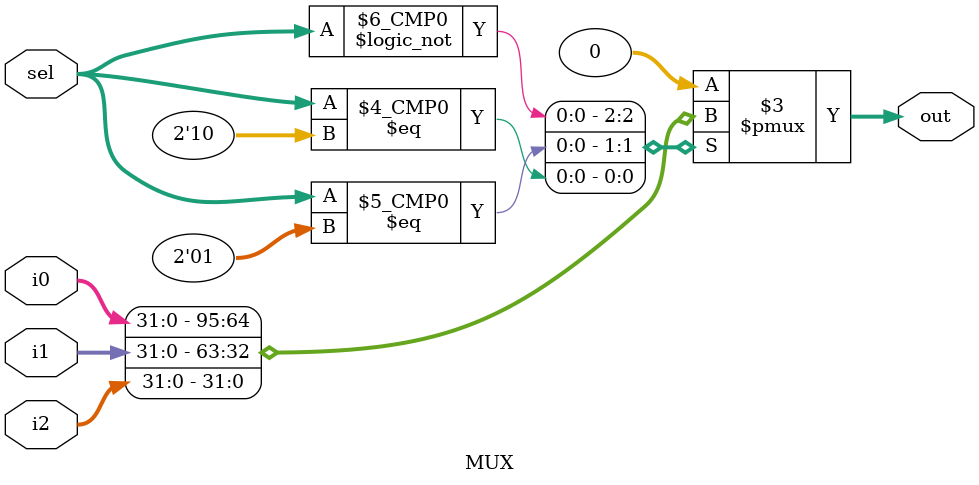
<source format=v>
module MUX
    #(parameter Width = 32)(
    input [Width-1:0] i0,i1,i2,
    input [1:0] sel,
    output reg[Width-1:0] out
    );
    always @(*)begin
        case(sel)
            2'b00:out=i0;
            2'b01:out=i1;
            2'b10:out=i2;
            default:out=0;   
        endcase        
    end
endmodule
</source>
